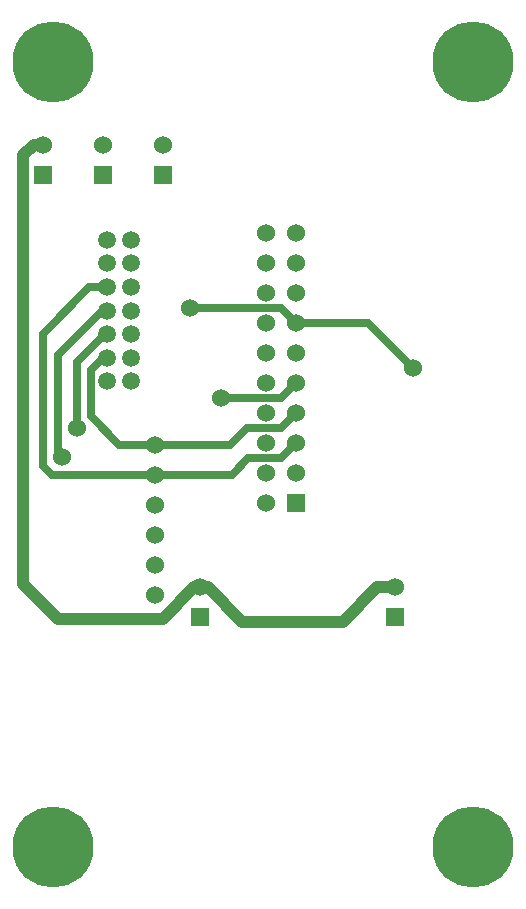
<source format=gbl>
G04 start of page 3 for group 5 idx 5 *
G04 Title: (unknown), bottom *
G04 Creator: pcb 20110918 *
G04 CreationDate: Tue Sep 16 16:31:17 2014 UTC *
G04 For: fosse *
G04 Format: Gerber/RS-274X *
G04 PCB-Dimensions: 348000 372000 *
G04 PCB-Coordinate-Origin: lower left *
%MOIN*%
%FSLAX25Y25*%
%LNBOTTOM*%
%ADD34C,0.0354*%
%ADD33C,0.0420*%
%ADD32C,0.1285*%
%ADD31C,0.0380*%
%ADD30C,0.0350*%
%ADD29C,0.0591*%
%ADD28C,0.2700*%
%ADD27C,0.0600*%
%ADD26C,0.0001*%
%ADD25C,0.0250*%
%ADD24C,0.0400*%
G54D24*X79000Y174000D02*X81500D01*
X93000Y162500D01*
X126500D01*
X138000Y174000D01*
X144000D01*
X20000Y175000D02*X31500Y163500D01*
X66500D01*
X77000Y174000D01*
X78500D01*
X26500Y321500D02*X23500D01*
X20000Y318000D01*
Y175000D01*
G54D25*X26500Y258500D02*Y225500D01*
Y258500D02*Y214500D01*
X29500Y211500D01*
X111000Y262000D02*X135000D01*
X150000Y247000D01*
X75500Y267000D02*X106000D01*
X111000Y262000D01*
X48126Y250504D02*X46504D01*
X42500Y246500D01*
X47378Y258378D02*X38000Y249000D01*
Y233500D01*
Y234000D02*Y227000D01*
X48126Y258378D02*X47378D01*
X48126Y266252D02*X46252D01*
X31500Y251500D01*
X48126Y274126D02*X42126D01*
X26500Y258500D01*
X42500Y246500D02*Y231000D01*
X52000Y221500D01*
X31500Y251500D02*Y219000D01*
X52000Y221500D02*X89000D01*
X29500Y211500D02*X89500D01*
X31500Y219000D02*X33000Y217500D01*
X89000Y221500D02*X94500Y227000D01*
X106000D01*
X111000Y232000D01*
X89500Y211500D02*X95000Y217000D01*
X106000D01*
X111000Y222000D01*
X86000Y237000D02*X106000D01*
X111000Y242000D01*
G54D26*G36*
X108000Y205000D02*Y199000D01*
X114000D01*
Y205000D01*
X108000D01*
G37*
G54D27*X101000Y202000D03*
X111000Y212000D03*
X101000D03*
X111000Y222000D03*
X101000D03*
X111000Y232000D03*
X101000D03*
X144000Y174000D03*
G54D28*X170000Y87500D03*
X30000Y349000D03*
G54D26*G36*
X23500Y314500D02*Y308500D01*
X29500D01*
Y314500D01*
X23500D01*
G37*
G54D27*X26500Y321500D03*
G54D28*X170000Y349000D03*
G54D26*G36*
X141000Y167000D02*Y161000D01*
X147000D01*
Y167000D01*
X141000D01*
G37*
G36*
X76000D02*Y161000D01*
X82000D01*
Y167000D01*
X76000D01*
G37*
G54D27*X79000Y174000D03*
X64000Y171500D03*
Y181500D03*
Y191500D03*
Y201500D03*
Y211500D03*
Y221500D03*
X111000Y242000D03*
Y252000D03*
Y262000D03*
Y272000D03*
Y282000D03*
Y292000D03*
X101000Y242000D03*
Y252000D03*
Y262000D03*
Y272000D03*
Y282000D03*
Y292000D03*
G54D29*X48126Y242630D03*
G54D28*X30000Y87500D03*
G54D29*X48126Y250504D03*
X56000D03*
X48126Y258378D03*
X56000D03*
Y242630D03*
X48126Y266252D03*
X56000D03*
X48126Y274126D03*
X56000D03*
X48126Y282000D03*
X56000D03*
X48126Y289874D03*
X56000D03*
G54D26*G36*
X63500Y314500D02*Y308500D01*
X69500D01*
Y314500D01*
X63500D01*
G37*
G54D27*X66500Y321500D03*
G54D26*G36*
X43500Y314500D02*Y308500D01*
X49500D01*
Y314500D01*
X43500D01*
G37*
G54D27*X46500Y321500D03*
X150000Y247000D03*
X33000Y217500D03*
X38000Y227000D03*
X75500Y267000D03*
X86000Y237000D03*
G54D30*G54D24*G54D31*G54D32*G54D31*G54D32*G54D31*G54D33*G54D24*G54D34*G54D32*G54D34*G54D31*M02*

</source>
